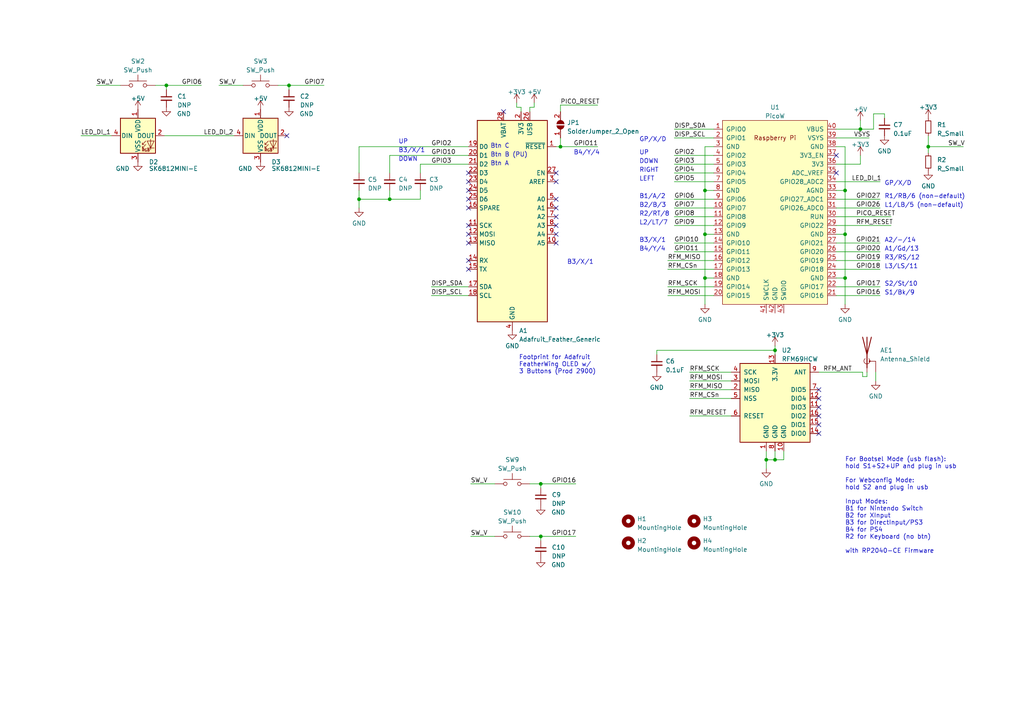
<source format=kicad_sch>
(kicad_sch (version 20230121) (generator eeschema)
  (paper "A4")
  (lib_symbols
    (symbol "Device:Antenna_Shield" (pin_numbers hide) (pin_names (offset 1.016) hide)
      (property "Reference" "AE" (at -1.905 4.445 0))
      (property "Value" "Antenna_Shield" (at -1.905 2.54 0))
      (symbol "Antenna_Shield_0_1"
        (arc (start -0.508 -1.143) (mid -0.8429 -2.1194) (end 0 -2.667))
        (arc (start 0 -2.667) (mid 0.7989 -2.1052) (end 0.508 -1.143))
        (polyline (pts (xy 0 -2.54) (xy 0 0)))
        (polyline (pts (xy 0 5.08) (xy 0 -3.81)) (stroke (width 0.254)))
        (polyline (pts (xy 0.762 -1.905) (xy 2.54 -1.905)))
        (polyline (pts (xy 2.54 -2.54) (xy 2.54 -1.905)))
        (polyline (pts (xy 1.27 5.08) (xy 0 0) (xy -1.27 5.08)) (stroke (width 0.254)))
        (circle (center 0.762 -1.905) (radius 0.1778) (fill (type outline)))
      )
      (symbol "Antenna_Shield_1_1"
        (pin input line (at 0 -5.08 90) (length 2.54) (name "A") (number "1"))
        (pin input line (at 2.54 -5.08 90) (length 2.54) (name "Shield") (number "2"))
      )
    )
    (symbol "Device:C_Small" (pin_numbers hide) (pin_names (offset 0.254) hide)
      (property "Reference" "C" (at 0.254 1.778 0))
      (property "Value" "C_Small" (at 0.254 -2.032 0))
      (symbol "C_Small_0_1"
        (polyline (pts (xy -1.524 -0.508) (xy 1.524 -0.508)) (stroke (width 0.3302)))
        (polyline (pts (xy -1.524 0.508) (xy 1.524 0.508)) (stroke (width 0.3048)))
      )
      (symbol "C_Small_1_1"
        (pin passive line (at 0 2.54 270) (length 2.032) (name "~") (number "1"))
        (pin passive line (at 0 -2.54 90) (length 2.032) (name "~") (number "2"))
      )
    )
    (symbol "Device:R_Small" (pin_numbers hide) (pin_names (offset 0.254) hide)
      (property "Reference" "R" (at 0.762 0.508 0))
      (property "Value" "R_Small" (at 0.762 -1.016 0))
      (symbol "R_Small_0_1"
        (rectangle (start -0.762 1.778) (end 0.762 -1.778) (stroke (width 0.2032)))
      )
      (symbol "R_Small_1_1"
        (pin passive line (at 0 2.54 270) (length 0.762) (name "~") (number "1"))
        (pin passive line (at 0 -2.54 90) (length 0.762) (name "~") (number "2"))
      )
    )
    (symbol "Jumper:SolderJumper_2_Open" (pin_names (offset 0) hide)
      (property "Reference" "JP" (at 0 2.032 0))
      (property "Value" "SolderJumper_2_Open" (at 0 -2.54 0))
      (symbol "SolderJumper_2_Open_0_1"
        (arc (start -0.254 1.016) (mid -1.2656 0) (end -0.254 -1.016))
        (arc (start -0.254 1.016) (mid -1.2656 0) (end -0.254 -1.016) (fill (type outline)))
        (polyline (pts (xy -0.254 1.016) (xy -0.254 -1.016)))
        (polyline (pts (xy 0.254 1.016) (xy 0.254 -1.016)))
        (arc (start 0.254 -1.016) (mid 1.2656 0) (end 0.254 1.016))
        (arc (start 0.254 -1.016) (mid 1.2656 0) (end 0.254 1.016) (fill (type outline)))
      )
      (symbol "SolderJumper_2_Open_1_1"
        (pin passive line (at -3.81 0 0) (length 2.54) (name "A") (number "1"))
        (pin passive line (at 3.81 0 180) (length 2.54) (name "B") (number "2"))
      )
    )
    (symbol "MCU_Module:Adafruit_Feather_Generic"
      (property "Reference" "A" (at -10.16 29.21 0))
      (property "Value" "Adafruit_Feather_Generic" (at 2.54 -31.75 0))
      (symbol "Adafruit_Feather_Generic_0_1"
        (rectangle (start -10.16 27.94) (end 10.16 -30.48) (stroke (width 0.254)) (fill (type background)))
      )
      (symbol "Adafruit_Feather_Generic_1_1"
        (pin input line (at 12.7 20.32 180) (length 2.54) (name "~{RESET}") (number "1"))
        (pin bidirectional line (at 12.7 -7.62 180) (length 2.54) (name "A5") (number "10"))
        (pin bidirectional line (at -12.7 -2.54 0) (length 2.54) (name "SCK") (number "11"))
        (pin bidirectional line (at -12.7 -5.08 0) (length 2.54) (name "MOSI") (number "12"))
        (pin bidirectional line (at -12.7 -7.62 0) (length 2.54) (name "MISO") (number "13"))
        (pin bidirectional line (at -12.7 -12.7 0) (length 2.54) (name "RX") (number "14"))
        (pin bidirectional line (at -12.7 -15.24 0) (length 2.54) (name "TX") (number "15"))
        (pin bidirectional line (at -12.7 2.54 0) (length 2.54) (name "SPARE") (number "16"))
        (pin bidirectional line (at -12.7 -20.32 0) (length 2.54) (name "SDA") (number "17"))
        (pin bidirectional line (at -12.7 -22.86 0) (length 2.54) (name "SCL") (number "18"))
        (pin bidirectional line (at -12.7 20.32 0) (length 2.54) (name "D0") (number "19"))
        (pin power_in line (at 2.54 30.48 270) (length 2.54) (name "3V3") (number "2"))
        (pin bidirectional line (at -12.7 17.78 0) (length 2.54) (name "D1") (number "20"))
        (pin bidirectional line (at -12.7 15.24 0) (length 2.54) (name "D2") (number "21"))
        (pin bidirectional line (at -12.7 12.7 0) (length 2.54) (name "D3") (number "22"))
        (pin bidirectional line (at -12.7 10.16 0) (length 2.54) (name "D4") (number "23"))
        (pin bidirectional line (at -12.7 7.62 0) (length 2.54) (name "D5") (number "24"))
        (pin bidirectional line (at -12.7 5.08 0) (length 2.54) (name "D6") (number "25"))
        (pin power_in line (at 5.08 30.48 270) (length 2.54) (name "USB") (number "26"))
        (pin input line (at 12.7 12.7 180) (length 2.54) (name "EN") (number "27"))
        (pin power_in line (at -2.54 30.48 270) (length 2.54) (name "VBAT") (number "28"))
        (pin input line (at 12.7 10.16 180) (length 2.54) (name "AREF") (number "3"))
        (pin power_in line (at 0 -33.02 90) (length 2.54) (name "GND") (number "4"))
        (pin bidirectional line (at 12.7 5.08 180) (length 2.54) (name "A0") (number "5"))
        (pin bidirectional line (at 12.7 2.54 180) (length 2.54) (name "A1") (number "6"))
        (pin bidirectional line (at 12.7 0 180) (length 2.54) (name "A2") (number "7"))
        (pin bidirectional line (at 12.7 -2.54 180) (length 2.54) (name "A3") (number "8"))
        (pin bidirectional line (at 12.7 -5.08 180) (length 2.54) (name "A4") (number "9"))
      )
    )
    (symbol "Mechanical:MountingHole" (pin_names (offset 1.016))
      (property "Reference" "H" (at 0 5.08 0))
      (property "Value" "MountingHole" (at 0 3.175 0))
      (symbol "MountingHole_0_1"
        (circle (center 0 0) (radius 1.27) (stroke (width 1.27)))
      )
    )
    (symbol "RF_Module:RFM69HCW" (pin_names (offset 1.016))
      (property "Reference" "U" (at -10.414 11.684 0))
      (property "Value" "RFM69HCW" (at 1.524 11.43 0))
      (symbol "RFM69HCW_0_1"
        (rectangle (start -10.16 10.16) (end 10.16 -12.7) (stroke (width 0.254)) (fill (type background)))
      )
      (symbol "RFM69HCW_1_1"
        (pin power_in line (at -2.54 -15.24 90) (length 2.54) (name "GND") (number "1"))
        (pin power_in line (at 2.54 -15.24 90) (length 2.54) (name "GND") (number "10"))
        (pin bidirectional line (at 12.7 -2.54 180) (length 2.54) (name "DIO3") (number "11"))
        (pin bidirectional line (at 12.7 0 180) (length 2.54) (name "DIO4") (number "12"))
        (pin power_in line (at 0 12.7 270) (length 2.54) (name "3.3V") (number "13"))
        (pin bidirectional line (at 12.7 -10.16 180) (length 2.54) (name "DIO0") (number "14"))
        (pin bidirectional line (at 12.7 -7.62 180) (length 2.54) (name "DIO1") (number "15"))
        (pin bidirectional line (at 12.7 -5.08 180) (length 2.54) (name "DIO2") (number "16"))
        (pin output line (at -12.7 2.54 0) (length 2.54) (name "MISO") (number "2"))
        (pin input line (at -12.7 5.08 0) (length 2.54) (name "MOSI") (number "3"))
        (pin input line (at -12.7 7.62 0) (length 2.54) (name "SCK") (number "4"))
        (pin input line (at -12.7 0 0) (length 2.54) (name "NSS") (number "5"))
        (pin bidirectional line (at -12.7 -5.08 0) (length 2.54) (name "RESET") (number "6"))
        (pin bidirectional line (at 12.7 2.54 180) (length 2.54) (name "DIO5") (number "7"))
        (pin power_in line (at 0 -15.24 90) (length 2.54) (name "GND") (number "8"))
        (pin bidirectional line (at 12.7 7.62 180) (length 2.54) (name "ANT") (number "9"))
      )
    )
    (symbol "Switch:SW_Push" (pin_numbers hide) (pin_names (offset 1.016) hide)
      (property "Reference" "SW" (at 1.27 2.54 0))
      (property "Value" "SW_Push" (at 0 -1.524 0))
      (symbol "SW_Push_0_1"
        (circle (center -2.032 0) (radius 0.508))
        (polyline (pts (xy 0 1.27) (xy 0 3.048)))
        (polyline (pts (xy 2.54 1.27) (xy -2.54 1.27)))
        (circle (center 2.032 0) (radius 0.508))
        (pin passive line (at -5.08 0 0) (length 2.54) (name "1") (number "1"))
        (pin passive line (at 5.08 0 180) (length 2.54) (name "2") (number "2"))
      )
    )
    (symbol "pico-xpad-special:PicoW" (pin_names (offset 1.016))
      (property "Reference" "U" (at -13.97 27.94 0))
      (property "Value" "PicoW" (at 0 19.05 0))
      (symbol "PicoW_0_0"
        (text "Raspberry Pi" (at 0 21.59 0) (effects (font (size 1.27 1.27))))
      )
      (symbol "PicoW_0_1"
        (rectangle (start -15.24 26.67) (end 15.24 -26.67) (fill (type background)))
      )
      (symbol "PicoW_1_1"
        (pin bidirectional line (at -17.78 24.13 0) (length 2.54) (name "GPIO0") (number "1"))
        (pin bidirectional line (at -17.78 1.27 0) (length 2.54) (name "GPIO7") (number "10"))
        (pin bidirectional line (at -17.78 -1.27 0) (length 2.54) (name "GPIO8") (number "11"))
        (pin bidirectional line (at -17.78 -3.81 0) (length 2.54) (name "GPIO9") (number "12"))
        (pin power_in line (at -17.78 -6.35 0) (length 2.54) (name "GND") (number "13"))
        (pin bidirectional line (at -17.78 -8.89 0) (length 2.54) (name "GPIO10") (number "14"))
        (pin bidirectional line (at -17.78 -11.43 0) (length 2.54) (name "GPIO11") (number "15"))
        (pin bidirectional line (at -17.78 -13.97 0) (length 2.54) (name "GPIO12") (number "16"))
        (pin bidirectional line (at -17.78 -16.51 0) (length 2.54) (name "GPIO13") (number "17"))
        (pin power_in line (at -17.78 -19.05 0) (length 2.54) (name "GND") (number "18"))
        (pin bidirectional line (at -17.78 -21.59 0) (length 2.54) (name "GPIO14") (number "19"))
        (pin bidirectional line (at -17.78 21.59 0) (length 2.54) (name "GPIO1") (number "2"))
        (pin bidirectional line (at -17.78 -24.13 0) (length 2.54) (name "GPIO15") (number "20"))
        (pin bidirectional line (at 17.78 -24.13 180) (length 2.54) (name "GPIO16") (number "21"))
        (pin bidirectional line (at 17.78 -21.59 180) (length 2.54) (name "GPIO17") (number "22"))
        (pin power_in line (at 17.78 -19.05 180) (length 2.54) (name "GND") (number "23"))
        (pin bidirectional line (at 17.78 -16.51 180) (length 2.54) (name "GPIO18") (number "24"))
        (pin bidirectional line (at 17.78 -13.97 180) (length 2.54) (name "GPIO19") (number "25"))
        (pin bidirectional line (at 17.78 -11.43 180) (length 2.54) (name "GPIO20") (number "26"))
        (pin bidirectional line (at 17.78 -8.89 180) (length 2.54) (name "GPIO21") (number "27"))
        (pin power_in line (at 17.78 -6.35 180) (length 2.54) (name "GND") (number "28"))
        (pin bidirectional line (at 17.78 -3.81 180) (length 2.54) (name "GPIO22") (number "29"))
        (pin power_in line (at -17.78 19.05 0) (length 2.54) (name "GND") (number "3"))
        (pin input line (at 17.78 -1.27 180) (length 2.54) (name "RUN") (number "30"))
        (pin bidirectional line (at 17.78 1.27 180) (length 2.54) (name "GPIO26_ADC0") (number "31"))
        (pin bidirectional line (at 17.78 3.81 180) (length 2.54) (name "GPIO27_ADC1") (number "32"))
        (pin power_in line (at 17.78 6.35 180) (length 2.54) (name "AGND") (number "33"))
        (pin bidirectional line (at 17.78 8.89 180) (length 2.54) (name "GPIO28_ADC2") (number "34"))
        (pin unspecified line (at 17.78 11.43 180) (length 2.54) (name "ADC_VREF") (number "35"))
        (pin unspecified line (at 17.78 13.97 180) (length 2.54) (name "3V3") (number "36"))
        (pin input line (at 17.78 16.51 180) (length 2.54) (name "3V3_EN") (number "37"))
        (pin bidirectional line (at 17.78 19.05 180) (length 2.54) (name "GND") (number "38"))
        (pin unspecified line (at 17.78 21.59 180) (length 2.54) (name "VSYS") (number "39"))
        (pin bidirectional line (at -17.78 16.51 0) (length 2.54) (name "GPIO2") (number "4"))
        (pin unspecified line (at 17.78 24.13 180) (length 2.54) (name "VBUS") (number "40"))
        (pin input line (at -2.54 -29.21 90) (length 2.54) (name "SWCLK") (number "41"))
        (pin power_in line (at 0 -29.21 90) (length 2.54) (name "GND") (number "42"))
        (pin bidirectional line (at 2.54 -29.21 90) (length 2.54) (name "SWDIO") (number "43"))
        (pin bidirectional line (at -17.78 13.97 0) (length 2.54) (name "GPIO3") (number "5"))
        (pin bidirectional line (at -17.78 11.43 0) (length 2.54) (name "GPIO4") (number "6"))
        (pin bidirectional line (at -17.78 8.89 0) (length 2.54) (name "GPIO5") (number "7"))
        (pin power_in line (at -17.78 6.35 0) (length 2.54) (name "GND") (number "8"))
        (pin bidirectional line (at -17.78 3.81 0) (length 2.54) (name "GPIO6") (number "9"))
      )
    )
    (symbol "pico-xpad-special:SK6812MINI-E" (pin_names (offset 0.254))
      (property "Reference" "D" (at 5.08 5.715 0))
      (property "Value" "SK6812MINI-E" (at 1.27 -5.715 0))
      (symbol "SK6812MINI-E_0_0"
        (text "RGB" (at 2.286 -4.191 0) (effects (font (size 0.762 0.762))))
      )
      (symbol "SK6812MINI-E_0_1"
        (polyline (pts (xy 1.27 -3.556) (xy 1.778 -3.556)))
        (polyline (pts (xy 1.27 -2.54) (xy 1.778 -2.54)))
        (polyline (pts (xy 4.699 -3.556) (xy 2.667 -3.556)))
        (polyline (pts (xy 2.286 -2.54) (xy 1.27 -3.556) (xy 1.27 -3.048)))
        (polyline (pts (xy 2.286 -1.524) (xy 1.27 -2.54) (xy 1.27 -2.032)))
        (polyline (pts (xy 3.683 -1.016) (xy 3.683 -3.556) (xy 3.683 -4.064)))
        (polyline (pts (xy 4.699 -1.524) (xy 2.667 -1.524) (xy 3.683 -3.556) (xy 4.699 -1.524)))
        (rectangle (start 5.08 5.08) (end -5.08 -5.08) (stroke (width 0.254)) (fill (type background)))
      )
      (symbol "SK6812MINI-E_1_1"
        (pin power_in line (at 0 7.62 270) (length 2.54) (name "VDD") (number "1"))
        (pin output line (at 7.62 0 180) (length 2.54) (name "DOUT") (number "2"))
        (pin power_in line (at 0 -7.62 90) (length 2.54) (name "VSS") (number "3"))
        (pin input line (at -7.62 0 0) (length 2.54) (name "DIN") (number "4"))
      )
    )
    (symbol "power:+3V3" (power) (pin_names (offset 0))
      (property "Value" "+3V3" (at 0 3.556 0))
      (symbol "+3V3_0_1"
        (polyline (pts (xy -0.762 1.27) (xy 0 2.54)))
        (polyline (pts (xy 0 0) (xy 0 2.54)))
        (polyline (pts (xy 0 2.54) (xy 0.762 1.27)))
      )
      (symbol "+3V3_1_1"
        (pin power_in line (at 0 0 90) (length 0) hide (name "+3V3") (number "1"))
      )
    )
    (symbol "power:+5V" (power) (pin_names (offset 0))
      (property "Value" "+5V" (at 0 3.556 0))
      (symbol "+5V_0_1"
        (polyline (pts (xy -0.762 1.27) (xy 0 2.54)))
        (polyline (pts (xy 0 0) (xy 0 2.54)))
        (polyline (pts (xy 0 2.54) (xy 0.762 1.27)))
      )
      (symbol "+5V_1_1"
        (pin power_in line (at 0 0 90) (length 0) hide (name "+5V") (number "1"))
      )
    )
    (symbol "power:GND" (power) (pin_names (offset 0))
      (property "Value" "GND" (at 0 -3.81 0))
      (symbol "GND_0_1"
        (polyline (pts (xy 0 0) (xy 0 -1.27) (xy 1.27 -1.27) (xy 0 -2.54) (xy -1.27 -1.27) (xy 0 -1.27)))
      )
      (symbol "GND_1_1"
        (pin power_in line (at 0 0 270) (length 0) hide (name "GND") (number "1"))
      )
    )
  )
  (junction (at 245.11 67.945))
  (junction (at 83.82 24.765))
  (junction (at 204.47 80.645))
  (junction (at 224.79 133.35))
  (junction (at 48.26 24.765))
  (junction (at 245.11 80.645))
  (junction (at 249.555 37.465))
  (junction (at 162.56 42.545))
  (junction (at 113.03 57.785))
  (junction (at 156.845 140.335))
  (junction (at 245.11 55.245))
  (junction (at 204.47 55.245))
  (junction (at 156.845 155.575))
  (junction (at 104.14 57.785))
  (junction (at 204.47 67.945))
  (junction (at 222.25 133.35))
  (junction (at 269.24 42.545))
  (junction (at 224.79 101.6))
  (no_connect (at 161.29 60.325))
  (no_connect (at 83.185 39.37))
  (no_connect (at 237.49 115.57))
  (no_connect (at 237.49 123.19))
  (no_connect (at 135.89 57.785))
  (no_connect (at 242.57 50.165))
  (no_connect (at 146.05 32.385))
  (no_connect (at 237.49 125.73))
  (no_connect (at 135.89 75.565))
  (no_connect (at 237.49 118.11))
  (no_connect (at 135.89 67.945))
  (no_connect (at 237.49 120.65))
  (no_connect (at 161.29 70.485))
  (no_connect (at 135.89 60.325))
  (no_connect (at 135.89 70.485))
  (no_connect (at 161.29 62.865))
  (no_connect (at 161.29 65.405))
  (no_connect (at 237.49 113.03))
  (no_connect (at 135.89 55.245))
  (no_connect (at 161.29 57.785))
  (no_connect (at 135.89 52.705))
  (no_connect (at 135.89 50.165))
  (no_connect (at 135.89 65.405))
  (no_connect (at 135.89 78.105))
  (no_connect (at 161.29 67.945))
  (no_connect (at 161.29 50.165))
  (no_connect (at 242.57 45.085))
  (no_connect (at 161.29 52.705))
  (wire (pts (xy 83.82 24.765) (xy 93.98 24.765)))
  (wire (pts (xy 195.58 62.865) (xy 207.01 62.865)))
  (wire (pts (xy 224.79 130.81) (xy 224.79 133.35)))
  (wire (pts (xy 254 107.95) (xy 254 110.49)))
  (wire (pts (xy 251.46 109.22) (xy 250.19 109.22)))
  (wire (pts (xy 195.58 73.025) (xy 207.01 73.025)))
  (wire (pts (xy 161.29 42.545) (xy 162.56 42.545)))
  (wire (pts (xy 104.14 42.545) (xy 104.14 50.165)))
  (wire (pts (xy 195.58 47.625) (xy 207.01 47.625)))
  (wire (pts (xy 256.54 33.02) (xy 256.54 34.29)))
  (wire (pts (xy 23.495 39.37) (xy 32.385 39.37)))
  (wire (pts (xy 195.58 70.485) (xy 207.01 70.485)))
  (wire (pts (xy 156.845 155.575) (xy 167.005 155.575)))
  (wire (pts (xy 249.555 34.925) (xy 249.555 37.465)))
  (wire (pts (xy 242.57 60.325) (xy 255.27 60.325)))
  (wire (pts (xy 113.03 55.245) (xy 113.03 57.785)))
  (wire (pts (xy 154.94 29.845) (xy 154.94 31.115)))
  (wire (pts (xy 156.845 140.335) (xy 167.005 140.335)))
  (wire (pts (xy 200.025 113.03) (xy 212.09 113.03)))
  (wire (pts (xy 162.56 32.385) (xy 162.56 30.48)))
  (wire (pts (xy 204.47 80.645) (xy 207.01 80.645)))
  (wire (pts (xy 121.92 47.625) (xy 135.89 47.625)))
  (wire (pts (xy 242.57 70.485) (xy 255.27 70.485)))
  (wire (pts (xy 242.57 75.565) (xy 255.27 75.565)))
  (wire (pts (xy 193.675 75.565) (xy 207.01 75.565)))
  (wire (pts (xy 195.58 37.465) (xy 207.01 37.465)))
  (wire (pts (xy 245.11 67.945) (xy 245.11 55.245)))
  (wire (pts (xy 104.14 42.545) (xy 135.89 42.545)))
  (wire (pts (xy 193.675 85.725) (xy 207.01 85.725)))
  (wire (pts (xy 104.14 60.325) (xy 104.14 57.785)))
  (wire (pts (xy 204.47 55.245) (xy 204.47 42.545)))
  (wire (pts (xy 200.025 110.49) (xy 212.09 110.49)))
  (wire (pts (xy 249.555 37.465) (xy 253.365 37.465)))
  (wire (pts (xy 204.47 42.545) (xy 207.01 42.545)))
  (wire (pts (xy 207.01 45.085) (xy 195.58 45.085)))
  (wire (pts (xy 63.5 24.765) (xy 70.485 24.765)))
  (wire (pts (xy 269.24 39.37) (xy 269.24 42.545)))
  (wire (pts (xy 153.67 140.335) (xy 156.845 140.335)))
  (wire (pts (xy 242.57 62.865) (xy 258.445 62.865)))
  (wire (pts (xy 136.525 155.575) (xy 143.51 155.575)))
  (wire (pts (xy 113.03 57.785) (xy 121.92 57.785)))
  (wire (pts (xy 224.79 101.6) (xy 190.5 101.6)))
  (wire (pts (xy 104.14 55.245) (xy 104.14 57.785)))
  (wire (pts (xy 245.11 55.245) (xy 242.57 55.245)))
  (wire (pts (xy 193.675 83.185) (xy 207.01 83.185)))
  (wire (pts (xy 204.47 88.265) (xy 204.47 80.645)))
  (wire (pts (xy 153.67 155.575) (xy 156.845 155.575)))
  (wire (pts (xy 45.085 24.765) (xy 48.26 24.765)))
  (wire (pts (xy 269.24 42.545) (xy 269.24 44.45)))
  (wire (pts (xy 250.19 107.95) (xy 237.49 107.95)))
  (wire (pts (xy 162.56 40.005) (xy 162.56 42.545)))
  (wire (pts (xy 224.79 101.6) (xy 224.79 102.87)))
  (wire (pts (xy 245.11 80.645) (xy 245.11 67.945)))
  (wire (pts (xy 249.555 47.625) (xy 242.57 47.625)))
  (wire (pts (xy 153.67 31.115) (xy 153.67 32.385)))
  (wire (pts (xy 242.57 42.545) (xy 245.11 42.545)))
  (wire (pts (xy 27.94 24.765) (xy 34.925 24.765)))
  (wire (pts (xy 104.14 57.785) (xy 113.03 57.785)))
  (wire (pts (xy 125.095 85.725) (xy 135.89 85.725)))
  (wire (pts (xy 149.86 31.115) (xy 151.13 31.115)))
  (wire (pts (xy 253.365 37.465) (xy 253.365 33.02)))
  (wire (pts (xy 83.82 24.765) (xy 83.82 26.035)))
  (wire (pts (xy 222.25 133.35) (xy 224.79 133.35)))
  (wire (pts (xy 222.25 135.89) (xy 222.25 133.35)))
  (wire (pts (xy 253.365 33.02) (xy 256.54 33.02)))
  (wire (pts (xy 151.13 31.115) (xy 151.13 32.385)))
  (wire (pts (xy 200.025 107.95) (xy 212.09 107.95)))
  (wire (pts (xy 204.47 67.945) (xy 204.47 55.245)))
  (wire (pts (xy 242.57 65.405) (xy 258.445 65.405)))
  (wire (pts (xy 193.675 78.105) (xy 207.01 78.105)))
  (wire (pts (xy 195.58 52.705) (xy 207.01 52.705)))
  (wire (pts (xy 195.58 50.165) (xy 207.01 50.165)))
  (wire (pts (xy 249.555 45.085) (xy 249.555 47.625)))
  (wire (pts (xy 156.845 155.575) (xy 156.845 156.845)))
  (wire (pts (xy 245.11 88.265) (xy 245.11 80.645)))
  (wire (pts (xy 242.57 78.105) (xy 255.27 78.105)))
  (wire (pts (xy 156.845 140.335) (xy 156.845 141.605)))
  (wire (pts (xy 48.26 24.765) (xy 48.26 26.035)))
  (wire (pts (xy 222.25 130.81) (xy 222.25 133.35)))
  (wire (pts (xy 149.86 29.845) (xy 149.86 31.115)))
  (wire (pts (xy 162.56 42.545) (xy 173.355 42.545)))
  (wire (pts (xy 245.11 80.645) (xy 242.57 80.645)))
  (wire (pts (xy 251.46 107.95) (xy 251.46 109.22)))
  (wire (pts (xy 204.47 55.245) (xy 207.01 55.245)))
  (wire (pts (xy 154.94 31.115) (xy 153.67 31.115)))
  (wire (pts (xy 242.57 57.785) (xy 255.27 57.785)))
  (wire (pts (xy 113.03 50.165) (xy 113.03 45.085)))
  (wire (pts (xy 250.19 109.22) (xy 250.19 107.95)))
  (wire (pts (xy 242.57 73.025) (xy 255.27 73.025)))
  (wire (pts (xy 245.11 55.245) (xy 245.11 42.545)))
  (wire (pts (xy 200.025 115.57) (xy 212.09 115.57)))
  (wire (pts (xy 242.57 40.005) (xy 252.095 40.005)))
  (wire (pts (xy 113.03 45.085) (xy 135.89 45.085)))
  (wire (pts (xy 125.095 83.185) (xy 135.89 83.185)))
  (wire (pts (xy 195.58 40.005) (xy 207.01 40.005)))
  (wire (pts (xy 249.555 37.465) (xy 242.57 37.465)))
  (wire (pts (xy 204.47 80.645) (xy 204.47 67.945)))
  (wire (pts (xy 224.79 133.35) (xy 227.33 133.35)))
  (wire (pts (xy 195.58 65.405) (xy 207.01 65.405)))
  (wire (pts (xy 224.79 100.33) (xy 224.79 101.6)))
  (wire (pts (xy 195.58 57.785) (xy 207.01 57.785)))
  (wire (pts (xy 195.58 60.325) (xy 207.01 60.325)))
  (wire (pts (xy 162.56 30.48) (xy 173.355 30.48)))
  (wire (pts (xy 245.11 67.945) (xy 242.57 67.945)))
  (wire (pts (xy 200.025 120.65) (xy 212.09 120.65)))
  (wire (pts (xy 269.24 42.545) (xy 279.4 42.545)))
  (wire (pts (xy 242.57 83.185) (xy 255.27 83.185)))
  (wire (pts (xy 47.625 39.37) (xy 67.945 39.37)))
  (wire (pts (xy 242.57 52.705) (xy 255.27 52.705)))
  (wire (pts (xy 204.47 67.945) (xy 207.01 67.945)))
  (wire (pts (xy 136.525 140.335) (xy 143.51 140.335)))
  (wire (pts (xy 121.92 50.165) (xy 121.92 47.625)))
  (wire (pts (xy 80.645 24.765) (xy 83.82 24.765)))
  (wire (pts (xy 227.33 133.35) (xy 227.33 130.81)))
  (wire (pts (xy 242.57 85.725) (xy 255.27 85.725)))
  (wire (pts (xy 48.26 24.765) (xy 58.42 24.765)))
  (wire (pts (xy 190.5 101.6) (xy 190.5 102.87)))
  (wire (pts (xy 121.92 57.785) (xy 121.92 55.245)))
  (text "R3/RS/12" (at 256.54 75.565 0) (effects (font (size 1.27 1.27)) (justify left bottom)))
  (text "DOWN" (at 185.42 47.625 0) (effects (font (size 1.27 1.27)) (justify left bottom)))
  (text "B2/B/3" (at 185.42 60.325 0) (effects (font (size 1.27 1.27)) (justify left bottom)))
  (text "RIGHT" (at 185.42 50.165 0) (effects (font (size 1.27 1.27)) (justify left bottom)))
  (text "Btn B (PU)" (at 142.24 45.72 0) (effects (font (size 1.27 1.27)) (justify left bottom)))
  (text "GP/X/D" (at 185.42 41.275 0) (effects (font (size 1.27 1.27)) (justify left bottom)))
  (text "Btn C" (at 142.24 43.18 0) (effects (font (size 1.27 1.27)) (justify left bottom)))
  (text "A2/-/14" (at 256.54 70.485 0) (effects (font (size 1.27 1.27)) (justify left bottom)))
  (text "S2/St/10" (at 256.54 83.185 0) (effects (font (size 1.27 1.27)) (justify left bottom)))
  (text "L2/LT/7" (at 185.42 65.405 0) (effects (font (size 1.27 1.27)) (justify left bottom)))
  (text "B4/Y/4" (at 185.42 73.025 0) (effects (font (size 1.27 1.27)) (justify left bottom)))
  (text "R1/RB/6 (non-default)" (at 256.54 57.785 0) (effects (font (size 1.27 1.27)) (justify left bottom)))
  (text "UP" (at 185.42 45.085 0) (effects (font (size 1.27 1.27)) (justify left bottom)))
  (text "B3/X/1" (at 185.42 70.485 0) (effects (font (size 1.27 1.27)) (justify left bottom)))
  (text "B4/Y/4" (at 166.37 45.085 0) (effects (font (size 1.27 1.27)) (justify left bottom)))
  (text "B3/X/1" (at 164.465 76.835 0) (effects (font (size 1.27 1.27)) (justify left bottom)))
  (text "Footprint for Adafruit\nFeatherWing OLED w/\n3 Buttons (Prod 2900)" (at 150.495 108.585 0) (effects (font (size 1.27 1.27)) (justify left bottom)))
  (text "GP/X/D" (at 256.54 53.975 0) (effects (font (size 1.27 1.27)) (justify left bottom)))
  (text "B3/X/1" (at 115.57 44.45 0) (effects (font (size 1.27 1.27)) (justify left bottom)))
  (text "R2/RT/8" (at 185.42 62.865 0) (effects (font (size 1.27 1.27)) (justify left bottom)))
  (text "LEFT" (at 185.42 52.705 0) (effects (font (size 1.27 1.27)) (justify left bottom)))
  (text "L3/LS/11" (at 256.54 78.105 0) (effects (font (size 1.27 1.27)) (justify left bottom)))
  (text "Btn A" (at 142.24 48.26 0) (effects (font (size 1.27 1.27)) (justify left bottom)))
  (text "B1/A/2" (at 185.42 57.785 0) (effects (font (size 1.27 1.27)) (justify left bottom)))
  (text "A1/Gd/13" (at 256.54 73.025 0) (effects (font (size 1.27 1.27)) (justify left bottom)))
  (text "For Bootsel Mode (usb flash):\nhold S1+S2+UP and plug in usb\n\nFor Webconfig Mode:\nhold S2 and plug in usb\n\nInput Modes:\nB1 for Nintendo Switch\nB2 for XInput\nB3 for DirectInput/PS3\nB4 for PS4\nR2 for Keyboard (no btn)\n\nwith RP2040-CE Firmware" (at 245.11 160.655 0) (effects (font (size 1.27 1.27)) (justify left bottom)))
  (text "S1/Bk/9" (at 256.54 85.725 0) (effects (font (size 1.27 1.27)) (justify left bottom)))
  (text "DOWN" (at 115.57 46.99 0) (effects (font (size 1.27 1.27)) (justify left bottom)))
  (text "L1/LB/5 (non-default)" (at 256.54 60.325 0) (effects (font (size 1.27 1.27)) (justify left bottom)))
  (text "UP" (at 115.57 41.91 0) (effects (font (size 1.27 1.27)) (justify left bottom)))
  (label "SW_V" (at 274.955 42.545 0))
  (label "GPIO6" (at 52.705 24.765 0))
  (label "RFM_MISO" (at 200.025 113.03 0))
  (label "DISP_SCL" (at 195.58 40.005 0))
  (label "GPIO9" (at 195.58 65.405 0))
  (label "RFM_SCK" (at 200.025 107.95 0))
  (label "GPIO7" (at 195.58 60.325 0))
  (label "LED_DI_1" (at 247.015 52.705 0))
  (label "RFM_SCK" (at 193.675 83.185 0))
  (label "PICO_RESET" (at 162.56 30.48 0))
  (label "GPIO7" (at 88.265 24.765 0))
  (label "SW_V" (at 63.5 24.765 0))
  (label "GPIO6" (at 195.58 57.785 0))
  (label "RFM_MISO" (at 193.675 75.565 0))
  (label "DISP_SDA" (at 125.095 83.185 0))
  (label "VSYS" (at 247.65 40.005 0))
  (label "RFM_RESET" (at 200.025 120.65 0))
  (label "RFM_ANT" (at 238.76 107.95 0))
  (label "DISP_SDA" (at 195.58 37.465 0))
  (label "GPIO27" (at 248.285 57.785 0))
  (label "SW_V" (at 136.525 155.575 0))
  (label "RFM_CSn" (at 200.025 115.57 0))
  (label "LED_DI_2" (at 59.055 39.37 0))
  (label "GPIO11" (at 166.37 42.545 0))
  (label "GPIO11" (at 195.58 73.025 0))
  (label "GPIO5" (at 195.58 52.705 0))
  (label "GPIO20" (at 248.285 73.025 0))
  (label "GPIO2" (at 195.58 45.085 0))
  (label "GPIO10" (at 125.095 45.085 0))
  (label "GPIO18" (at 248.285 78.105 0))
  (label "GPIO16" (at 160.02 140.335 0))
  (label "GPIO17" (at 248.285 83.185 0))
  (label "SW_V" (at 136.525 140.335 0))
  (label "GPIO26" (at 248.285 60.325 0))
  (label "GPIO3" (at 125.095 47.625 0))
  (label "GPIO21" (at 248.285 70.485 0))
  (label "GPIO8" (at 195.58 62.865 0))
  (label "SW_V" (at 27.94 24.765 0))
  (label "GPIO3" (at 195.58 47.625 0))
  (label "LED_DI_1" (at 23.495 39.37 0))
  (label "RFM_RESET" (at 248.285 65.405 0))
  (label "PICO_RESET" (at 248.285 62.865 0))
  (label "GPIO16" (at 248.285 85.725 0))
  (label "DISP_SCL" (at 125.095 85.725 0))
  (label "RFM_CSn" (at 193.675 78.105 0))
  (label "GPIO4" (at 195.58 50.165 0))
  (label "GPIO2" (at 125.095 42.545 0))
  (label "RFM_MOSI" (at 200.025 110.49 0))
  (label "RFM_MOSI" (at 193.675 85.725 0))
  (label "GPIO19" (at 248.285 75.565 0))
  (label "GPIO10" (at 195.58 70.485 0))
  (label "GPIO17" (at 160.02 155.575 0))
  (symbol (lib_id "power:GND") (at 222.25 135.89 0) (unit 1)
    (property "Reference" "#PWR016" (effects hide))
    (property "Value" "GND" (at 222.25 140.335 0))
  )
  (symbol (lib_id "power:GND") (at 75.565 46.99 0) (unit 1)
    (property "Reference" "#PWR04" (effects hide))
    (property "Value" "GND" (at 71.12 48.895 0))
  )
  (symbol (lib_id "power:+3V3") (at 149.86 29.845 0) (unit 1)
    (property "Reference" "#PWR012" (effects hide))
    (property "Value" "+3V3" (at 149.86 26.67 0))
  )
  (symbol (lib_id "Device:C_Small") (at 48.26 28.575 0) (unit 1)
    (property "Reference" "C1" (at 51.435 27.9463 0) (effects (justify left)))
    (property "Value" "DNP" (at 51.435 30.4863 0) (effects (justify left)))
    (property "Footprint" "Capacitor_SMD:C_0805_2012Metric" (effects hide))
  )
  (symbol (lib_id "pico-xpad-special:SK6812MINI-E") (at 75.565 39.37 0) (unit 1)
    (property "Reference" "D3" (at 78.74 46.99 0) (effects (justify left)))
    (property "Value" "SK6812MINI-E" (at 78.74 48.895 0) (effects (justify left)))
    (property "Footprint" "pico-xpad-special:LED_SK6812MINI-E_PLCC4_3.5x3.5mm_P1.75mm" (effects hide))
    (property "Datasheet" "https://cdn-shop.adafruit.com/product-files/4960/4960_SK6812MINI-E_REV02_EN.pdf" (effects hide))
  )
  (symbol (lib_id "pico-xpad-special:SK6812MINI-E") (at 40.005 39.37 0) (unit 1)
    (property "Reference" "D2" (at 43.18 46.99 0) (effects (justify left)))
    (property "Value" "SK6812MINI-E" (at 43.18 48.895 0) (effects (justify left)))
    (property "Footprint" "pico-xpad-special:LED_SK6812MINI-E_PLCC4_3.5x3.5mm_P1.75mm" (effects hide))
    (property "Datasheet" "https://cdn-shop.adafruit.com/product-files/4960/4960_SK6812MINI-E_REV02_EN.pdf" (effects hide))
  )
  (symbol (lib_id "Device:C_Small") (at 121.92 52.705 0) (unit 1)
    (property "Reference" "C3" (at 124.46 52.0763 0) (effects (justify left)))
    (property "Value" "DNP" (at 124.46 54.6163 0) (effects (justify left)))
    (property "Footprint" "Capacitor_SMD:C_0805_2012Metric" (effects hide))
  )
  (symbol (lib_id "Device:C_Small") (at 104.14 52.705 0) (unit 1)
    (property "Reference" "C5" (at 106.68 52.0763 0) (effects (justify left)))
    (property "Value" "DNP" (at 106.68 54.6163 0) (effects (justify left)))
    (property "Footprint" "Capacitor_SMD:C_0805_2012Metric" (effects hide))
  )
  (symbol (lib_id "power:GND") (at 104.14 60.325 0) (unit 1)
    (property "Reference" "#PWR018" (effects hide))
    (property "Value" "GND" (at 104.14 64.77 0))
  )
  (symbol (lib_id "Switch:SW_Push") (at 75.565 24.765 0) (unit 1)
    (property "Reference" "SW3" (at 75.565 17.78 0))
    (property "Value" "SW_Push" (at 75.565 20.32 0))
    (property "Footprint" "pico-xpad-special:Keyswitch_Hotswap_Kailh_1.00u" (effects hide))
  )
  (symbol (lib_id "Mechanical:MountingHole") (at 182.245 151.13 0) (unit 1)
    (property "Reference" "H1" (at 184.785 150.495 0) (effects (justify left)))
    (property "Value" "MountingHole" (at 184.785 153.035 0) (effects (justify left)))
    (property "Footprint" "MountingHole:MountingHole_2.7mm_M2.5" (effects hide))
  )
  (symbol (lib_id "Device:C_Small") (at 156.845 144.145 0) (unit 1)
    (property "Reference" "C9" (at 160.02 143.5163 0) (effects (justify left)))
    (property "Value" "DNP" (at 160.02 146.0563 0) (effects (justify left)))
    (property "Footprint" "Capacitor_SMD:C_0805_2012Metric" (effects hide))
  )
  (symbol (lib_id "power:GND") (at 48.26 31.115 0) (unit 1)
    (property "Reference" "#PWR02" (effects hide))
    (property "Value" "GND" (at 53.34 33.02 0))
  )
  (symbol (lib_id "Jumper:SolderJumper_2_Open") (at 162.56 36.195 90) (unit 1)
    (property "Reference" "JP1" (at 164.465 35.56 90) (effects (justify right)))
    (property "Value" "SolderJumper_2_Open" (at 164.465 38.1 90) (effects (justify right)))
    (property "Footprint" "Jumper:SolderJumper-2_P1.3mm_Open_TrianglePad1.0x1.5mm" (effects hide))
  )
  (symbol (lib_id "Mechanical:MountingHole") (at 201.295 151.13 0) (unit 1)
    (property "Reference" "H3" (at 203.835 150.495 0) (effects (justify left)))
    (property "Value" "MountingHole" (at 203.835 153.035 0) (effects (justify left)))
    (property "Footprint" "MountingHole:MountingHole_2.7mm_M2.5" (effects hide))
  )
  (symbol (lib_id "power:GND") (at 256.54 39.37 0) (unit 1)
    (property "Reference" "#PWR021" (effects hide))
    (property "Value" "GND" (at 256.54 43.815 0))
  )
  (symbol (lib_id "Switch:SW_Push") (at 148.59 155.575 0) (unit 1)
    (property "Reference" "SW10" (at 148.59 148.59 0))
    (property "Value" "SW_Push" (at 148.59 151.13 0))
    (property "Footprint" "Button_Switch_SMD:SW_SPST_EVQP7C" (effects hide))
  )
  (symbol (lib_id "Device:C_Small") (at 156.845 159.385 0) (unit 1)
    (property "Reference" "C10" (at 160.02 158.7563 0) (effects (justify left)))
    (property "Value" "DNP" (at 160.02 161.2963 0) (effects (justify left)))
    (property "Footprint" "Capacitor_SMD:C_0805_2012Metric" (effects hide))
  )
  (symbol (lib_id "Device:C_Small") (at 113.03 52.705 0) (unit 1)
    (property "Reference" "C4" (at 115.57 52.0763 0) (effects (justify left)))
    (property "Value" "DNP" (at 115.57 54.6163 0) (effects (justify left)))
    (property "Footprint" "Capacitor_SMD:C_0805_2012Metric" (effects hide))
  )
  (symbol (lib_id "power:GND") (at 245.11 88.265 0) (unit 1)
    (property "Reference" "#PWR06" (effects hide))
    (property "Value" "GND" (at 245.11 92.71 0))
  )
  (symbol (lib_id "power:GND") (at 40.005 46.99 0) (unit 1)
    (property "Reference" "#PWR01" (effects hide))
    (property "Value" "GND" (at 35.56 48.895 0))
  )
  (symbol (lib_id "power:+5V") (at 249.555 34.925 0) (unit 1)
    (property "Reference" "#PWR08" (effects hide))
    (property "Value" "+5V" (at 249.555 31.75 0))
  )
  (symbol (lib_id "RF_Module:RFM69HCW") (at 224.79 115.57 0) (unit 1)
    (property "Reference" "U2" (at 226.7459 101.6 0) (effects (justify left)))
    (property "Value" "RFM69HCW" (at 226.7459 104.14 0) (effects (justify left)))
    (property "Footprint" "RF_Module:HOPERF_RFM9XW_SMD" (effects hide))
    (property "Datasheet" "https://www.hoperf.com/data/upload/portal/20181127/5bfcb8284d838.pdf" (effects hide))
  )
  (symbol (lib_id "power:GND") (at 269.24 49.53 0) (unit 1)
    (property "Reference" "#PWR03" (effects hide))
    (property "Value" "GND" (at 269.24 53.975 0))
  )
  (symbol (lib_id "power:+3V3") (at 224.79 100.33 0) (unit 1)
    (property "Reference" "#PWR019" (effects hide))
    (property "Value" "+3V3" (at 224.79 97.155 0))
  )
  (symbol (lib_id "Switch:SW_Push") (at 40.005 24.765 0) (unit 1)
    (property "Reference" "SW2" (at 40.005 17.78 0))
    (property "Value" "SW_Push" (at 40.005 20.32 0))
    (property "Footprint" "pico-xpad-special:Keyswitch_Hotswap_Kailh_1.00u" (effects hide))
  )
  (symbol (lib_id "power:+5V") (at 75.565 31.75 0) (unit 1)
    (property "Reference" "#PWR014" (effects hide))
    (property "Value" "+5V" (at 75.565 28.575 0))
  )
  (symbol (lib_id "power:GND") (at 254 110.49 0) (unit 1)
    (property "Reference" "#PWR017" (effects hide))
    (property "Value" "GND" (at 254 114.935 0))
  )
  (symbol (lib_id "power:GND") (at 156.845 161.925 0) (unit 1)
    (property "Reference" "#PWR056" (effects hide))
    (property "Value" "GND" (at 161.925 163.83 0))
  )
  (symbol (lib_id "Device:C_Small") (at 83.82 28.575 0) (unit 1)
    (property "Reference" "C2" (at 86.995 27.9463 0) (effects (justify left)))
    (property "Value" "DNP" (at 86.995 30.4863 0) (effects (justify left)))
    (property "Footprint" "Capacitor_SMD:C_0805_2012Metric" (effects hide))
  )
  (symbol (lib_id "Device:Antenna_Shield") (at 251.46 102.87 0) (unit 1)
    (property "Reference" "AE1" (at 255.27 101.6 0) (effects (justify left)))
    (property "Value" "Antenna_Shield" (at 255.27 104.14 0) (effects (justify left)))
    (property "Footprint" "pico-xpad-special:SMA_Molex_73251-1153_EdgeMount_Horizontal_Or_Spring_Ant" (effects hide))
  )
  (symbol (lib_id "power:+5V") (at 154.94 29.845 0) (unit 1)
    (property "Reference" "#PWR015" (effects hide))
    (property "Value" "+5V" (at 154.94 26.67 0))
  )
  (symbol (lib_id "Mechanical:MountingHole") (at 182.245 157.48 0) (unit 1)
    (property "Reference" "H2" (at 184.785 156.845 0) (effects (justify left)))
    (property "Value" "MountingHole" (at 184.785 159.385 0) (effects (justify left)))
    (property "Footprint" "MountingHole:MountingHole_2.7mm_M2.5" (effects hide))
  )
  (symbol (lib_id "power:GND") (at 83.82 31.115 0) (unit 1)
    (property "Reference" "#PWR010" (effects hide))
    (property "Value" "GND" (at 88.9 33.02 0))
  )
  (symbol (lib_id "power:GND") (at 190.5 107.95 0) (unit 1)
    (property "Reference" "#PWR020" (effects hide))
    (property "Value" "GND" (at 190.5 112.395 0))
  )
  (symbol (lib_id "Device:R_Small") (at 269.24 46.99 0) (unit 1)
    (property "Reference" "R2" (at 271.78 46.355 0) (effects (justify left)))
    (property "Value" "R_Small" (at 271.78 48.895 0) (effects (justify left)))
    (property "Footprint" "Capacitor_SMD:C_0805_2012Metric" (effects hide))
  )
  (symbol (lib_id "power:+3V3") (at 249.555 45.085 0) (unit 1)
    (property "Reference" "#PWR07" (effects hide))
    (property "Value" "+3V3" (at 249.555 41.91 0))
  )
  (symbol (lib_id "Device:R_Small") (at 269.24 36.83 0) (unit 1)
    (property "Reference" "R1" (at 271.78 36.195 0) (effects (justify left)))
    (property "Value" "R_Small" (at 271.78 38.735 0) (effects (justify left)))
    (property "Footprint" "Resistor_SMD:R_0805_2012Metric" (effects hide))
  )
  (symbol (lib_id "power:GND") (at 148.59 95.885 0) (unit 1)
    (property "Reference" "#PWR011" (effects hide))
    (property "Value" "GND" (at 148.59 100.33 0))
  )
  (symbol (lib_id "pico-xpad-special:PicoW") (at 224.79 61.595 0) (unit 1)
    (property "Reference" "U1" (at 224.79 31.115 0))
    (property "Value" "PicoW" (at 224.79 33.655 0))
    (property "Footprint" "pico-xpad-special:RPi_Pico_SMD_TH_Keepouts" (effects hide))
  )
  (symbol (lib_id "power:+3V3") (at 269.24 34.29 0) (unit 1)
    (property "Reference" "#PWR09" (effects hide))
    (property "Value" "+3V3" (at 269.24 31.115 0))
  )
  (symbol (lib_id "Mechanical:MountingHole") (at 201.295 157.48 0) (unit 1)
    (property "Reference" "H4" (at 203.835 156.845 0) (effects (justify left)))
    (property "Value" "MountingHole" (at 203.835 159.385 0) (effects (justify left)))
    (property "Footprint" "MountingHole:MountingHole_2.7mm_M2.5" (effects hide))
  )
  (symbol (lib_id "power:+5V") (at 40.005 31.75 0) (unit 1)
    (property "Reference" "#PWR013" (effects hide))
    (property "Value" "+5V" (at 40.005 28.575 0))
  )
  (symbol (lib_id "power:GND") (at 204.47 88.265 0) (unit 1)
    (property "Reference" "#PWR05" (effects hide))
    (property "Value" "GND" (at 204.47 92.71 0))
  )
  (symbol (lib_id "Switch:SW_Push") (at 148.59 140.335 0) (unit 1)
    (property "Reference" "SW9" (at 148.59 133.35 0))
    (property "Value" "SW_Push" (at 148.59 135.89 0))
    (property "Footprint" "Button_Switch_SMD:SW_SPST_EVQP7C" (effects hide))
  )
  (symbol (lib_id "Device:C_Small") (at 190.5 105.41 0) (unit 1)
    (property "Reference" "C6" (at 193.04 104.7813 0) (effects (justify left)))
    (property "Value" "0.1uF" (at 193.04 107.3213 0) (effects (justify left)))
    (property "Footprint" "Capacitor_SMD:C_0805_2012Metric" (effects hide))
  )
  (symbol (lib_id "Device:C_Small") (at 256.54 36.83 0) (unit 1)
    (property "Reference" "C7" (at 259.08 36.2013 0) (effects (justify left)))
    (property "Value" "0.1uF" (at 259.08 38.7413 0) (effects (justify left)))
    (property "Footprint" "Capacitor_SMD:C_0805_2012Metric" (effects hide))
  )
  (symbol (lib_id "power:GND") (at 156.845 146.685 0) (unit 1)
    (property "Reference" "#PWR055" (effects hide))
    (property "Value" "GND" (at 161.925 148.59 0))
  )
  (symbol (lib_id "MCU_Module:Adafruit_Feather_Generic") (at 148.59 62.865 0) (unit 1)
    (property "Reference" "A1" (at 150.5459 95.885 0) (effects (justify left)))
    (property "Value" "Adafruit_Feather_Generic" (at 150.5459 98.425 0) (effects (justify left)))
    (property "Footprint" "pico-xpad-special:Adafruit_Feather_Narrow" (effects hide))
    (property "Datasheet" "https://cdn-learn.adafruit.com/downloads/pdf/adafruit-feather.pdf" (effects hide))
  )
)
</source>
